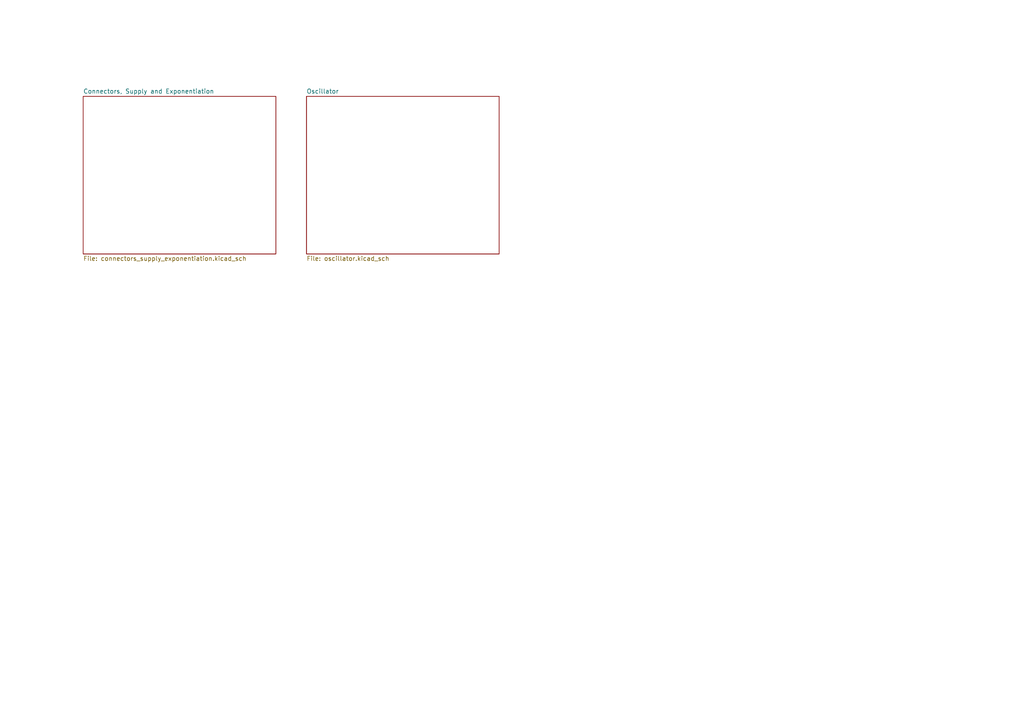
<source format=kicad_sch>
(kicad_sch (version 20211123) (generator eeschema)
  (paper "A4")
  (title_block (title "Eurorack VCO") (date "2022-12-30") (rev "Rev. 1"))
  (lib_symbols)
  (sheet (at 88.9 27.94) (size 55.88 45.72) (stroke (width 0.1524))
    (property "Sheet name" "Oscillator" (at 88.9 27.2284 0) (effects (justify left bottom)))
    (property "Sheet file" "oscillator.kicad_sch" (at 88.9 74.2446 0) (effects (justify left top)))
  )
  (sheet (at 24.13 27.94) (size 55.88 45.72) (stroke (width 0.1524))
    (property "Sheet name" "Connectors, Supply and Exponentiation" (at 24.13 27.2284 0) (effects (justify left bottom)))
    (property "Sheet file" "connectors_supply_exponentiation.kicad_sch" (at 24.13 74.2446 0) (effects (justify left top)))
  )
)
</source>
